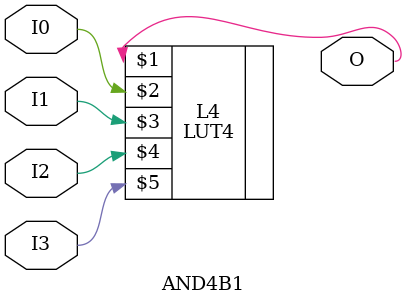
<source format=v>


`timescale  1 ps / 1 ps


module AND4B1 (O, I0, I1, I2, I3);

    output O;

    input  I0, I1, I2, I3;

    LUT4 #(.INIT(16'h4000)) L4 (O, I0, I1, I2, I3);

endmodule

</source>
